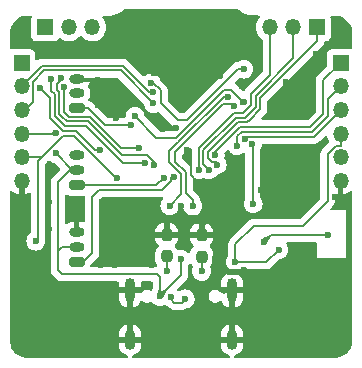
<source format=gbl>
G04 #@! TF.GenerationSoftware,KiCad,Pcbnew,8.0.7-8.0.7-0~ubuntu24.04.1*
G04 #@! TF.CreationDate,2025-01-27T17:00:14+01:00*
G04 #@! TF.ProjectId,KICad_Files,4b494361-645f-4466-996c-65732e6b6963,1*
G04 #@! TF.SameCoordinates,Original*
G04 #@! TF.FileFunction,Copper,L2,Bot*
G04 #@! TF.FilePolarity,Positive*
%FSLAX46Y46*%
G04 Gerber Fmt 4.6, Leading zero omitted, Abs format (unit mm)*
G04 Created by KiCad (PCBNEW 8.0.7-8.0.7-0~ubuntu24.04.1) date 2025-01-27 17:00:14*
%MOMM*%
%LPD*%
G01*
G04 APERTURE LIST*
G04 Aperture macros list*
%AMRoundRect*
0 Rectangle with rounded corners*
0 $1 Rounding radius*
0 $2 $3 $4 $5 $6 $7 $8 $9 X,Y pos of 4 corners*
0 Add a 4 corners polygon primitive as box body*
4,1,4,$2,$3,$4,$5,$6,$7,$8,$9,$2,$3,0*
0 Add four circle primitives for the rounded corners*
1,1,$1+$1,$2,$3*
1,1,$1+$1,$4,$5*
1,1,$1+$1,$6,$7*
1,1,$1+$1,$8,$9*
0 Add four rect primitives between the rounded corners*
20,1,$1+$1,$2,$3,$4,$5,0*
20,1,$1+$1,$4,$5,$6,$7,0*
20,1,$1+$1,$6,$7,$8,$9,0*
20,1,$1+$1,$8,$9,$2,$3,0*%
G04 Aperture macros list end*
G04 #@! TA.AperFunction,ComponentPad*
%ADD10R,1.350000X1.350000*%
G04 #@! TD*
G04 #@! TA.AperFunction,ComponentPad*
%ADD11O,1.350000X1.350000*%
G04 #@! TD*
G04 #@! TA.AperFunction,ComponentPad*
%ADD12RoundRect,0.200000X0.450000X-0.200000X0.450000X0.200000X-0.450000X0.200000X-0.450000X-0.200000X0*%
G04 #@! TD*
G04 #@! TA.AperFunction,ComponentPad*
%ADD13O,1.300000X0.800000*%
G04 #@! TD*
G04 #@! TA.AperFunction,ComponentPad*
%ADD14O,0.900000X2.000000*%
G04 #@! TD*
G04 #@! TA.AperFunction,ComponentPad*
%ADD15O,0.900000X1.700000*%
G04 #@! TD*
G04 #@! TA.AperFunction,SMDPad,CuDef*
%ADD16RoundRect,0.237500X-0.237500X0.250000X-0.237500X-0.250000X0.237500X-0.250000X0.237500X0.250000X0*%
G04 #@! TD*
G04 #@! TA.AperFunction,ViaPad*
%ADD17C,0.600000*%
G04 #@! TD*
G04 #@! TA.AperFunction,Conductor*
%ADD18C,0.200000*%
G04 #@! TD*
G04 #@! TA.AperFunction,Conductor*
%ADD19C,0.500000*%
G04 #@! TD*
G04 APERTURE END LIST*
D10*
X120300001Y-88900001D03*
D11*
X120300001Y-90900001D03*
X120300001Y-92900001D03*
X120300001Y-94900001D03*
X120300001Y-96900001D03*
X120300001Y-98900001D03*
D12*
X97950001Y-105750001D03*
D13*
X97950001Y-104500001D03*
X97950001Y-103250001D03*
D10*
X95300001Y-85900001D03*
D11*
X97300001Y-85900001D03*
X99300001Y-85900001D03*
D14*
X102480001Y-108170001D03*
D15*
X102480001Y-112340001D03*
D14*
X111120001Y-108170001D03*
D15*
X111120001Y-112340001D03*
D10*
X118300001Y-85900001D03*
D11*
X116300001Y-85900001D03*
X114300001Y-85900001D03*
D12*
X97950001Y-99250001D03*
D13*
X97950001Y-98000001D03*
X97950001Y-96750001D03*
D10*
X93300001Y-88900001D03*
D11*
X93300001Y-90900001D03*
X93300001Y-92900001D03*
X93300001Y-94900001D03*
X93300001Y-96900001D03*
X93300001Y-98900001D03*
D12*
X97950001Y-92750001D03*
D13*
X97950001Y-91500001D03*
X97950001Y-90250001D03*
D16*
X105575001Y-103475001D03*
X105575001Y-105300001D03*
X108550001Y-103487501D03*
X108550001Y-105312501D03*
D17*
X96171620Y-94879852D03*
X106800001Y-105525001D03*
X105000001Y-108670003D03*
X111400001Y-105800001D03*
X96174266Y-96574266D03*
X115075001Y-104725001D03*
X100400001Y-88300001D03*
X112000001Y-97000001D03*
X118200001Y-88200001D03*
X99800001Y-90400001D03*
X104100001Y-88900001D03*
X111000001Y-85000001D03*
X109900001Y-86700001D03*
X109075001Y-109825001D03*
X100000001Y-106000001D03*
X95600001Y-100700001D03*
X105075001Y-109925001D03*
X100100001Y-102200001D03*
X96800001Y-88300001D03*
X105400001Y-90200001D03*
X104100001Y-87000001D03*
X93400001Y-107700001D03*
X104500001Y-89800001D03*
X100100001Y-100700001D03*
X110000001Y-100300001D03*
X101400001Y-85100001D03*
X108900001Y-87100001D03*
X108200001Y-90000001D03*
X112700001Y-85300001D03*
X106338967Y-94438976D03*
X119800001Y-100300001D03*
X106825001Y-101025001D03*
X110071187Y-90008193D03*
X112425001Y-108450001D03*
X107800001Y-87100001D03*
X117000001Y-101000001D03*
X108775001Y-102350001D03*
X113400001Y-87400001D03*
X106774601Y-92846001D03*
X93800001Y-87200001D03*
X106775001Y-103025001D03*
X113600001Y-99700001D03*
X106700001Y-87100001D03*
X114000001Y-96100001D03*
X101200001Y-106000001D03*
X93800001Y-85300001D03*
X111900001Y-85000001D03*
X95800001Y-98100001D03*
X101300001Y-93562501D03*
X102400001Y-86300001D03*
X100800001Y-85600001D03*
X95500001Y-107700001D03*
X115400001Y-96000001D03*
X112000001Y-98500001D03*
X98400001Y-101300001D03*
X104300001Y-106000001D03*
X104800001Y-101900001D03*
X112150001Y-106425001D03*
X112000001Y-90900001D03*
X99800001Y-92500001D03*
X95600001Y-103000001D03*
X113950001Y-111675001D03*
X110600001Y-86000001D03*
X111500001Y-101700001D03*
X104400001Y-88000001D03*
X100000001Y-107700001D03*
X107281587Y-96324787D03*
X103100001Y-86900001D03*
X115400001Y-105800001D03*
X109948600Y-103425001D03*
X112000001Y-100000001D03*
X97200001Y-101300001D03*
X109600001Y-87700001D03*
X119300001Y-87300001D03*
X115300001Y-93500001D03*
X109687881Y-105473594D03*
X92700001Y-100500001D03*
X105300001Y-94500001D03*
X114500001Y-93500001D03*
X102400001Y-85200001D03*
X103000001Y-84600001D03*
X101200001Y-107700001D03*
X120900001Y-105700001D03*
X115668751Y-90568751D03*
X110100001Y-88400001D03*
X92600001Y-87200001D03*
X120900001Y-100300001D03*
X116000001Y-101000001D03*
X117300001Y-90500001D03*
X121000001Y-87500001D03*
X119275001Y-103450002D03*
X113825001Y-104047401D03*
X94500001Y-104000001D03*
X112115121Y-89434881D03*
X101379766Y-98650001D03*
X104273332Y-90619226D03*
X109164667Y-97943838D03*
X104460505Y-92333699D03*
X109844395Y-97521968D03*
X108550001Y-106550001D03*
X105575001Y-106550001D03*
X94875001Y-91023528D03*
X99935050Y-96289952D03*
X103250001Y-96100001D03*
X96901231Y-90945827D03*
X112840643Y-95793762D03*
X112105446Y-92239654D03*
X102902674Y-93432683D03*
X112899266Y-100850736D03*
X110786775Y-91775001D03*
X105850001Y-101000001D03*
X111322201Y-92550001D03*
X107775001Y-101025001D03*
X105950001Y-108750001D03*
X107150001Y-108900001D03*
X108323651Y-97951352D03*
X104386517Y-91411181D03*
X109687501Y-96737501D03*
X96611769Y-90200029D03*
X104539542Y-97526491D03*
X111544995Y-95916267D03*
X95814491Y-90265961D03*
X103749710Y-97399332D03*
X112175001Y-95350001D03*
X105325736Y-98625736D03*
X102575001Y-94162501D03*
X106200001Y-98600001D03*
D18*
X106800001Y-105525001D02*
X106800001Y-106875001D01*
X119200001Y-100613601D02*
X117087001Y-102726601D01*
X96725001Y-106800001D02*
X96375001Y-106450001D01*
X105004999Y-108670003D02*
X106800001Y-106875001D01*
X96171620Y-94879852D02*
X95895150Y-94879852D01*
X105000001Y-108670003D02*
X105004999Y-108670003D01*
X96725001Y-104500001D02*
X97950001Y-104500001D01*
X96174266Y-96574266D02*
X97600001Y-98000001D01*
X97600001Y-98000001D02*
X97950001Y-98000001D01*
X97375001Y-98000001D02*
X96375001Y-99000001D01*
X119896142Y-95925001D02*
X119200001Y-96621142D01*
X95875001Y-94900001D02*
X93300001Y-94900001D01*
X117087001Y-102726601D02*
X112948400Y-102726601D01*
X104775001Y-106800001D02*
X96725001Y-106800001D01*
X105000001Y-108670003D02*
X105000001Y-107025001D01*
X112948400Y-102726601D02*
X111400001Y-104275000D01*
X115075001Y-104725001D02*
X114000001Y-105800001D01*
X111400001Y-104275000D02*
X111400001Y-105800001D01*
X105000001Y-107025001D02*
X104775001Y-106800001D01*
X120300001Y-94900001D02*
X120300001Y-95925001D01*
X96375001Y-106450001D02*
X96375001Y-105100001D01*
X114000001Y-105800001D02*
X111400001Y-105800001D01*
X120300001Y-95925001D02*
X119896142Y-95925001D01*
X96375001Y-99000001D02*
X96375001Y-105100001D01*
X119200001Y-96621142D02*
X119200001Y-100613601D01*
X96375001Y-105100001D02*
X96375001Y-104850001D01*
X96375001Y-104850001D02*
X96725001Y-104500001D01*
X97950001Y-98000001D02*
X97375001Y-98000001D01*
X95895150Y-94879852D02*
X95875001Y-94900001D01*
X109948600Y-103425001D02*
X109886100Y-103487501D01*
D19*
X110400001Y-108200001D02*
X110430001Y-108170001D01*
X111975001Y-106600001D02*
X110814288Y-106600001D01*
X112150001Y-106425001D02*
X111975001Y-106600001D01*
X112145001Y-108170001D02*
X112425001Y-108450001D01*
D18*
X107600001Y-96643201D02*
X107281587Y-96324787D01*
X109886100Y-103487501D02*
X108550001Y-103487501D01*
D19*
X111120001Y-108170001D02*
X110430001Y-108170001D01*
D18*
X107600001Y-98421201D02*
X107600001Y-96643201D01*
X108146201Y-98967401D02*
X107600001Y-98421201D01*
X108550001Y-102575001D02*
X108775001Y-102350001D01*
D19*
X110814288Y-106600001D02*
X109687881Y-105473594D01*
D18*
X109478801Y-100300001D02*
X108146201Y-98967401D01*
X110000001Y-100300001D02*
X109478801Y-100300001D01*
X108550001Y-103487501D02*
X108550001Y-102575001D01*
X108200001Y-91420601D02*
X106774601Y-92846001D01*
X108200001Y-90000001D02*
X108200001Y-91420601D01*
D19*
X111120001Y-108170001D02*
X112145001Y-108170001D01*
D18*
X104273332Y-90619226D02*
X104443091Y-90619226D01*
X96825001Y-95075001D02*
X95000001Y-96900001D01*
X104443091Y-90619226D02*
X105060505Y-91236640D01*
X95000001Y-96900001D02*
X93300001Y-96900001D01*
X99349266Y-96689952D02*
X99114952Y-96455637D01*
X101309315Y-98650001D02*
X99349266Y-96689952D01*
X97734315Y-95075001D02*
X96825001Y-95075001D01*
X101379766Y-98650001D02*
X101309315Y-98650001D01*
X105060505Y-91236640D02*
X105060505Y-92311985D01*
X113825001Y-104047401D02*
X114397401Y-103475001D01*
X99114952Y-96455637D02*
X97734315Y-95075001D01*
X105060505Y-92311985D02*
X106514261Y-93765741D01*
X111625907Y-89434881D02*
X112115121Y-89434881D01*
X94700001Y-103800001D02*
X94700001Y-97200001D01*
X94700001Y-97200001D02*
X95000001Y-96900001D01*
X94500001Y-104000001D02*
X94700001Y-103800001D01*
X106514261Y-93765741D02*
X107295047Y-93765741D01*
X107295047Y-93765741D02*
X111625907Y-89434881D01*
X119250002Y-103475001D02*
X119275001Y-103450002D01*
X114397401Y-103475001D02*
X119250002Y-103475001D01*
X108687501Y-96291914D02*
X111429414Y-93550001D01*
X108687501Y-97466672D02*
X108687501Y-96291914D01*
X113105446Y-91685242D02*
X116300001Y-88490687D01*
X112209314Y-93550001D02*
X112443628Y-93315686D01*
X112443628Y-93315686D02*
X113105446Y-92653869D01*
X116300001Y-88490687D02*
X116300001Y-85900001D01*
X111429414Y-93550001D02*
X112209314Y-93550001D01*
X109164667Y-97943838D02*
X108687501Y-97466672D01*
X113105446Y-92653869D02*
X113105446Y-91685242D01*
X95215687Y-89550001D02*
X94275001Y-90490687D01*
X104460505Y-92333699D02*
X101676807Y-89550001D01*
X93625001Y-92900001D02*
X93300001Y-92900001D01*
X94275001Y-92250001D02*
X93625001Y-92900001D01*
X94275001Y-90490687D02*
X94275001Y-92250001D01*
X101676807Y-89550001D02*
X95215687Y-89550001D01*
X118300001Y-87056373D02*
X118300001Y-85900001D01*
X113505446Y-91850928D02*
X118300001Y-87056373D01*
X109844395Y-97337501D02*
X109438972Y-97337501D01*
X111595100Y-93950001D02*
X112374999Y-93950001D01*
X109087501Y-96986030D02*
X109087501Y-96457600D01*
X113505446Y-92819553D02*
X113505446Y-91850928D01*
X112374999Y-93950001D02*
X112609314Y-93715685D01*
X109087501Y-96457600D02*
X111595100Y-93950001D01*
X109438972Y-97337501D02*
X109087501Y-96986030D01*
X109844395Y-97521968D02*
X109844395Y-97337501D01*
X112609314Y-93715685D02*
X113505446Y-92819553D01*
X108550001Y-106550001D02*
X108550001Y-105312501D01*
X105575001Y-106550001D02*
X105575001Y-105300001D01*
X96790298Y-94650001D02*
X95701231Y-93560934D01*
X99935050Y-96289952D02*
X99514952Y-96289952D01*
X95701231Y-93560934D02*
X95701231Y-91849758D01*
X97875001Y-94650001D02*
X96790298Y-94650001D01*
X95701231Y-91849758D02*
X94875001Y-91023528D01*
X99514952Y-96289952D02*
X97875001Y-94650001D01*
X96901231Y-90945827D02*
X96901231Y-93063879D01*
X101725001Y-96100001D02*
X103250001Y-96100001D01*
X99075001Y-93450001D02*
X101725001Y-96100001D01*
X96901231Y-93063879D02*
X97287353Y-93450001D01*
X97287353Y-93450001D02*
X99075001Y-93450001D01*
X112850001Y-100801471D02*
X112850001Y-95803120D01*
X111927506Y-92417594D02*
X112105446Y-92239654D01*
X111907408Y-92417594D02*
X111927506Y-92417594D01*
X112825001Y-95809404D02*
X112840643Y-95793762D01*
X112899266Y-100850736D02*
X112850001Y-100801471D01*
X111907408Y-92047107D02*
X111907408Y-92417594D01*
X111035302Y-91175001D02*
X111907408Y-92047107D01*
X110451472Y-91175001D02*
X111035302Y-91175001D01*
X102902674Y-93432683D02*
X104719992Y-95250001D01*
X112850001Y-95803120D02*
X112840643Y-95793762D01*
X106376472Y-95250001D02*
X110451472Y-91175001D01*
X104719992Y-95250001D02*
X106376472Y-95250001D01*
X110417158Y-91775001D02*
X106542158Y-95650001D01*
X105784001Y-97335472D02*
X106800001Y-98351472D01*
X106542158Y-95650001D02*
X106536001Y-95650001D01*
X110786775Y-91775001D02*
X110417158Y-91775001D01*
X106800001Y-100050001D02*
X105850001Y-101000001D01*
X106800001Y-98351472D02*
X106800001Y-100050001D01*
X106536001Y-95650001D02*
X105784001Y-96402001D01*
X105784001Y-96402001D02*
X105784001Y-97335472D01*
X111322201Y-92550001D02*
X111147201Y-92375001D01*
X106292001Y-97277786D02*
X107200001Y-98185786D01*
X107200001Y-98185786D02*
X107200001Y-99925001D01*
X106701687Y-96050001D02*
X106292001Y-96459687D01*
X110382844Y-92375001D02*
X106707844Y-96050001D01*
X106292001Y-96459687D02*
X106292001Y-97277786D01*
X106707844Y-96050001D02*
X106701687Y-96050001D01*
X111147201Y-92375001D02*
X110382844Y-92375001D01*
X107200001Y-99925001D02*
X107775001Y-100500001D01*
X107775001Y-100500001D02*
X107775001Y-101025001D01*
X107150001Y-108900001D02*
X106850001Y-109200001D01*
X105950001Y-108925001D02*
X105950001Y-108750001D01*
X106225001Y-109200001D02*
X105950001Y-108925001D01*
X106850001Y-109200001D02*
X106225001Y-109200001D01*
X108287501Y-96126228D02*
X111263728Y-93150001D01*
X112043628Y-93150001D02*
X112705446Y-92488183D01*
X108323651Y-97951352D02*
X108287501Y-97915202D01*
X114300001Y-89925001D02*
X114300001Y-85900001D01*
X108287501Y-97915202D02*
X108287501Y-96126228D01*
X111263728Y-93150001D02*
X112043628Y-93150001D01*
X112705446Y-91519556D02*
X114300001Y-89925001D01*
X112705446Y-92488183D02*
X112705446Y-91519556D01*
X95050001Y-89150001D02*
X101842493Y-89150001D01*
X101842493Y-89150001D02*
X104103673Y-91411181D01*
X93300001Y-90900001D02*
X95050001Y-89150001D01*
X104103673Y-91411181D02*
X104386517Y-91411181D01*
X109687501Y-96423286D02*
X111760786Y-94350001D01*
X117718629Y-94350001D02*
X118825001Y-93243629D01*
X111760786Y-94350001D02*
X117718629Y-94350001D01*
X118825001Y-90375001D02*
X120300001Y-88900001D01*
X118825001Y-93243629D02*
X118825001Y-90375001D01*
X109687501Y-96737501D02*
X109687501Y-96423286D01*
X104539542Y-97340635D02*
X104539542Y-97526491D01*
X97121667Y-93850001D02*
X98909315Y-93850001D01*
X96611769Y-90200029D02*
X96599998Y-90211800D01*
X96599998Y-90211800D02*
X96599998Y-90398530D01*
X98909315Y-93850001D02*
X101784315Y-96725001D01*
X101784315Y-96725001D02*
X103923908Y-96725001D01*
X103923908Y-96725001D02*
X104539542Y-97340635D01*
X96301231Y-90697298D02*
X96301231Y-91194356D01*
X96301231Y-91194356D02*
X96501231Y-91394356D01*
X96599998Y-90398530D02*
X96301231Y-90697298D01*
X96735546Y-93463879D02*
X97121667Y-93850001D01*
X96501231Y-93229565D02*
X96735546Y-93463879D01*
X96501231Y-91394356D02*
X96501231Y-93229565D01*
X119225001Y-91975001D02*
X120300001Y-90900001D01*
X111926472Y-94750001D02*
X117884315Y-94750001D01*
X111544995Y-95916267D02*
X111544995Y-95131478D01*
X119225001Y-93409315D02*
X119225001Y-91975001D01*
X117884315Y-94750001D02*
X119225001Y-93409315D01*
X111544995Y-95131478D02*
X111926472Y-94750001D01*
X103725379Y-97375001D02*
X103749710Y-97399332D01*
X98743629Y-94250001D02*
X101868629Y-97375001D01*
X96101231Y-91560041D02*
X96101232Y-93395249D01*
X101868629Y-97375001D02*
X103725379Y-97375001D01*
X95814491Y-91273301D02*
X96101231Y-91560041D01*
X95814491Y-90265961D02*
X95814491Y-91273301D01*
X96101232Y-93395249D02*
X96955984Y-94250001D01*
X96955984Y-94250001D02*
X98743629Y-94250001D01*
X112375001Y-95150001D02*
X118050001Y-95150001D01*
X118050001Y-95150001D02*
X120300001Y-92900001D01*
X112175001Y-95350001D02*
X112375001Y-95150001D01*
X105325736Y-98625736D02*
X104701471Y-99250001D01*
X104701471Y-99250001D02*
X97950001Y-99250001D01*
X98940687Y-92750001D02*
X97950001Y-92750001D01*
X102575001Y-94162501D02*
X100353187Y-94162501D01*
X100353187Y-94162501D02*
X98940687Y-92750001D01*
X106200001Y-98600001D02*
X105925736Y-98600001D01*
X99875001Y-99650001D02*
X99275001Y-100250001D01*
X105150000Y-99650001D02*
X99875001Y-99650001D01*
X99275001Y-105000001D02*
X98525001Y-105750001D01*
X105925736Y-98874265D02*
X105150000Y-99650001D01*
X98525001Y-105750001D02*
X97950001Y-105750001D01*
X105925736Y-98600001D02*
X105925736Y-98874265D01*
X99275001Y-100250001D02*
X99275001Y-105000001D01*
G04 #@! TA.AperFunction,Conductor*
G36*
X119075470Y-95076279D02*
G01*
X119131403Y-95118151D01*
X119151402Y-95158527D01*
X119199181Y-95326455D01*
X119199184Y-95326461D01*
X119296285Y-95521466D01*
X119296287Y-95521470D01*
X119296289Y-95521473D01*
X119297584Y-95523188D01*
X119297948Y-95524151D01*
X119299306Y-95526344D01*
X119298876Y-95526609D01*
X119322276Y-95588548D01*
X119307711Y-95656883D01*
X119286311Y-95685595D01*
X118831287Y-96140620D01*
X118719482Y-96252424D01*
X118719478Y-96252429D01*
X118673663Y-96331785D01*
X118640425Y-96389353D01*
X118640424Y-96389354D01*
X118623605Y-96452125D01*
X118599500Y-96542085D01*
X118599500Y-96542087D01*
X118599500Y-96710188D01*
X118599501Y-96710201D01*
X118599501Y-100313504D01*
X118579816Y-100380543D01*
X118563182Y-100401185D01*
X116874585Y-102089782D01*
X116813262Y-102123267D01*
X116786904Y-102126101D01*
X113035069Y-102126101D01*
X113035053Y-102126100D01*
X113027457Y-102126100D01*
X112869343Y-102126100D01*
X112761987Y-102154866D01*
X112716610Y-102167025D01*
X112716609Y-102167026D01*
X112666496Y-102195960D01*
X112666495Y-102195961D01*
X112623089Y-102221021D01*
X112579685Y-102246080D01*
X112579682Y-102246082D01*
X110919482Y-103906282D01*
X110919480Y-103906285D01*
X110901566Y-103937314D01*
X110883651Y-103968344D01*
X110840424Y-104043215D01*
X110799500Y-104195943D01*
X110799500Y-104195945D01*
X110799500Y-104364046D01*
X110799501Y-104364059D01*
X110799501Y-105217588D01*
X110779816Y-105284627D01*
X110772451Y-105294897D01*
X110770187Y-105297735D01*
X110674212Y-105450477D01*
X110614632Y-105620746D01*
X110614631Y-105620751D01*
X110594436Y-105799997D01*
X110594436Y-105800004D01*
X110614631Y-105979250D01*
X110614632Y-105979255D01*
X110674212Y-106149524D01*
X110770185Y-106302263D01*
X110897739Y-106429817D01*
X110949799Y-106462528D01*
X110955136Y-106465882D01*
X111001427Y-106518217D01*
X111012075Y-106587271D01*
X110983700Y-106651119D01*
X110925310Y-106689491D01*
X110913356Y-106692493D01*
X110842901Y-106706507D01*
X110842895Y-106706509D01*
X110670009Y-106778120D01*
X110670000Y-106778125D01*
X110514411Y-106882087D01*
X110514407Y-106882090D01*
X110382090Y-107014407D01*
X110382087Y-107014411D01*
X110278125Y-107170000D01*
X110278120Y-107170009D01*
X110206509Y-107342895D01*
X110206507Y-107342903D01*
X110170001Y-107526429D01*
X110170001Y-107920001D01*
X110820001Y-107920001D01*
X110820001Y-108420001D01*
X110264464Y-108420001D01*
X110197425Y-108400316D01*
X110157077Y-108358001D01*
X110152648Y-108350330D01*
X110130510Y-108311986D01*
X110028016Y-108209492D01*
X110028014Y-108209491D01*
X110028012Y-108209489D01*
X109902489Y-108137018D01*
X109902490Y-108137018D01*
X109891007Y-108133941D01*
X109762476Y-108099501D01*
X109617526Y-108099501D01*
X109488994Y-108133941D01*
X109477512Y-108137018D01*
X109351989Y-108209489D01*
X109351983Y-108209494D01*
X109249494Y-108311983D01*
X109249489Y-108311989D01*
X109177018Y-108437512D01*
X109177017Y-108437516D01*
X109139501Y-108577526D01*
X109139501Y-108722476D01*
X109169866Y-108835797D01*
X109177018Y-108862489D01*
X109249489Y-108988012D01*
X109249491Y-108988014D01*
X109249492Y-108988016D01*
X109351986Y-109090510D01*
X109351987Y-109090511D01*
X109351989Y-109090512D01*
X109477512Y-109162983D01*
X109477513Y-109162983D01*
X109477516Y-109162985D01*
X109617526Y-109200501D01*
X109617529Y-109200501D01*
X109762473Y-109200501D01*
X109762476Y-109200501D01*
X109902486Y-109162985D01*
X110028016Y-109090510D01*
X110050364Y-109068161D01*
X110111683Y-109034678D01*
X110181374Y-109039661D01*
X110237309Y-109081532D01*
X110252604Y-109108390D01*
X110278122Y-109169995D01*
X110278125Y-109170001D01*
X110382087Y-109325590D01*
X110382090Y-109325594D01*
X110514407Y-109457911D01*
X110514411Y-109457914D01*
X110670000Y-109561876D01*
X110670013Y-109561883D01*
X110842890Y-109633490D01*
X110842897Y-109633492D01*
X110870001Y-109638883D01*
X110870001Y-108886989D01*
X110879941Y-108904206D01*
X110935796Y-108960061D01*
X111004205Y-108999557D01*
X111080505Y-109020001D01*
X111159497Y-109020001D01*
X111235797Y-108999557D01*
X111304206Y-108960061D01*
X111360061Y-108904206D01*
X111370001Y-108886989D01*
X111370001Y-109638882D01*
X111397104Y-109633492D01*
X111397111Y-109633490D01*
X111569988Y-109561883D01*
X111570001Y-109561876D01*
X111725590Y-109457914D01*
X111725594Y-109457911D01*
X111857911Y-109325594D01*
X111857914Y-109325590D01*
X111961876Y-109170001D01*
X111961881Y-109169992D01*
X112033492Y-108997106D01*
X112033494Y-108997098D01*
X112070000Y-108813572D01*
X112070001Y-108813570D01*
X112070001Y-108420001D01*
X111420001Y-108420001D01*
X111420001Y-107920001D01*
X112070001Y-107920001D01*
X112070001Y-107526431D01*
X112070000Y-107526429D01*
X112033494Y-107342903D01*
X112033492Y-107342895D01*
X111961881Y-107170009D01*
X111961876Y-107170000D01*
X111857914Y-107014411D01*
X111857911Y-107014407D01*
X111725594Y-106882090D01*
X111725590Y-106882087D01*
X111590481Y-106791809D01*
X111545676Y-106738196D01*
X111536969Y-106668871D01*
X111567124Y-106605844D01*
X111618416Y-106571666D01*
X111749523Y-106525790D01*
X111902263Y-106429817D01*
X111902268Y-106429811D01*
X111905098Y-106427556D01*
X111907276Y-106426666D01*
X111908159Y-106426112D01*
X111908256Y-106426266D01*
X111969784Y-106401146D01*
X111982413Y-106400501D01*
X113913332Y-106400501D01*
X113913348Y-106400502D01*
X113920944Y-106400502D01*
X114079055Y-106400502D01*
X114079058Y-106400502D01*
X114231786Y-106359578D01*
X114301234Y-106319482D01*
X114368717Y-106280521D01*
X114480521Y-106168717D01*
X114480521Y-106168715D01*
X114490725Y-106158512D01*
X114490729Y-106158507D01*
X115093536Y-105555699D01*
X115154857Y-105522216D01*
X115167312Y-105520164D01*
X115254256Y-105510369D01*
X115424523Y-105450790D01*
X115577263Y-105354817D01*
X115704817Y-105227263D01*
X115800790Y-105074523D01*
X115860369Y-104904256D01*
X115866284Y-104851761D01*
X115880566Y-104725004D01*
X115880566Y-104724997D01*
X115860370Y-104545751D01*
X115860369Y-104545746D01*
X115800789Y-104375476D01*
X115731669Y-104265474D01*
X115712668Y-104198237D01*
X115733035Y-104131402D01*
X115786303Y-104086187D01*
X115836662Y-104075501D01*
X118176001Y-104075501D01*
X118243040Y-104095186D01*
X118288795Y-104147990D01*
X118300001Y-104199501D01*
X118300001Y-105400001D01*
X120800001Y-105400001D01*
X120800001Y-101400001D01*
X119562197Y-101400001D01*
X119495158Y-101380316D01*
X119449403Y-101327512D01*
X119439459Y-101258354D01*
X119468484Y-101194798D01*
X119474497Y-101188338D01*
X119568714Y-101094122D01*
X119568717Y-101094121D01*
X119680521Y-100982317D01*
X119730640Y-100895505D01*
X119759578Y-100845386D01*
X119800501Y-100692659D01*
X119800501Y-100534544D01*
X119800501Y-100147602D01*
X119820186Y-100080563D01*
X119872990Y-100034808D01*
X119942148Y-100024864D01*
X119969300Y-100031977D01*
X119977070Y-100034987D01*
X120050001Y-100048620D01*
X120050001Y-99215687D01*
X120054395Y-99220081D01*
X120145607Y-99272742D01*
X120247340Y-99300001D01*
X120352662Y-99300001D01*
X120454395Y-99272742D01*
X120545607Y-99220081D01*
X120550001Y-99215687D01*
X120550001Y-100048620D01*
X120622940Y-100034985D01*
X120825977Y-99956328D01*
X120825988Y-99956323D01*
X121011131Y-99841686D01*
X121011132Y-99841686D01*
X121091962Y-99768001D01*
X121154766Y-99737384D01*
X121224153Y-99745582D01*
X121278093Y-99789992D01*
X121299461Y-99856514D01*
X121299500Y-99859638D01*
X121299500Y-112395572D01*
X121299184Y-112404419D01*
X121284869Y-112604557D01*
X121282351Y-112622068D01*
X121240646Y-112813787D01*
X121235662Y-112830763D01*
X121167090Y-113014609D01*
X121159740Y-113030701D01*
X121065711Y-113202904D01*
X121056146Y-113217789D01*
X120938558Y-113374867D01*
X120926972Y-113388237D01*
X120788237Y-113526972D01*
X120774867Y-113538558D01*
X120617789Y-113656146D01*
X120602904Y-113665711D01*
X120430701Y-113759740D01*
X120414609Y-113767090D01*
X120230763Y-113835662D01*
X120213787Y-113840646D01*
X120022068Y-113882351D01*
X120004557Y-113884869D01*
X119823779Y-113897799D01*
X119804417Y-113899184D01*
X119795572Y-113899500D01*
X111419339Y-113899500D01*
X111352300Y-113879815D01*
X111306545Y-113827011D01*
X111296601Y-113757853D01*
X111325626Y-113694297D01*
X111384404Y-113656523D01*
X111395147Y-113653883D01*
X111397100Y-113653494D01*
X111397106Y-113653492D01*
X111569992Y-113581881D01*
X111570001Y-113581876D01*
X111725590Y-113477914D01*
X111725594Y-113477911D01*
X111857911Y-113345594D01*
X111857914Y-113345590D01*
X111961876Y-113190001D01*
X111961881Y-113189992D01*
X112033492Y-113017106D01*
X112033494Y-113017098D01*
X112070000Y-112833572D01*
X112070001Y-112833570D01*
X112070001Y-112590001D01*
X111420001Y-112590001D01*
X111420001Y-112090001D01*
X112070001Y-112090001D01*
X112070001Y-111846431D01*
X112070000Y-111846429D01*
X112033494Y-111662903D01*
X112033492Y-111662895D01*
X111961881Y-111490009D01*
X111961876Y-111490000D01*
X111857914Y-111334411D01*
X111857911Y-111334407D01*
X111725594Y-111202090D01*
X111725590Y-111202087D01*
X111570001Y-111098125D01*
X111569992Y-111098120D01*
X111397104Y-111026508D01*
X111397101Y-111026507D01*
X111370001Y-111021116D01*
X111370001Y-111773012D01*
X111360061Y-111755796D01*
X111304206Y-111699941D01*
X111235797Y-111660445D01*
X111159497Y-111640001D01*
X111080505Y-111640001D01*
X111004205Y-111660445D01*
X110935796Y-111699941D01*
X110879941Y-111755796D01*
X110870001Y-111773012D01*
X110870001Y-111021117D01*
X110870000Y-111021116D01*
X110842900Y-111026507D01*
X110842897Y-111026508D01*
X110670009Y-111098120D01*
X110670000Y-111098125D01*
X110514411Y-111202087D01*
X110514407Y-111202090D01*
X110382090Y-111334407D01*
X110382087Y-111334411D01*
X110278125Y-111490000D01*
X110278120Y-111490009D01*
X110206509Y-111662895D01*
X110206507Y-111662903D01*
X110170001Y-111846429D01*
X110170001Y-112090001D01*
X110820001Y-112090001D01*
X110820001Y-112590001D01*
X110170001Y-112590001D01*
X110170001Y-112833572D01*
X110206507Y-113017098D01*
X110206509Y-113017106D01*
X110278120Y-113189992D01*
X110278125Y-113190001D01*
X110382087Y-113345590D01*
X110382090Y-113345594D01*
X110514407Y-113477911D01*
X110514411Y-113477914D01*
X110670000Y-113581876D01*
X110670009Y-113581881D01*
X110842895Y-113653492D01*
X110842901Y-113653494D01*
X110844855Y-113653883D01*
X110845783Y-113654368D01*
X110848728Y-113655262D01*
X110848558Y-113655820D01*
X110906766Y-113686268D01*
X110941340Y-113746984D01*
X110937600Y-113816753D01*
X110896733Y-113873425D01*
X110831715Y-113899007D01*
X110820663Y-113899500D01*
X102779339Y-113899500D01*
X102712300Y-113879815D01*
X102666545Y-113827011D01*
X102656601Y-113757853D01*
X102685626Y-113694297D01*
X102744404Y-113656523D01*
X102755147Y-113653883D01*
X102757100Y-113653494D01*
X102757106Y-113653492D01*
X102929992Y-113581881D01*
X102930001Y-113581876D01*
X103085590Y-113477914D01*
X103085594Y-113477911D01*
X103217911Y-113345594D01*
X103217914Y-113345590D01*
X103321876Y-113190001D01*
X103321881Y-113189992D01*
X103393492Y-113017106D01*
X103393494Y-113017098D01*
X103430000Y-112833572D01*
X103430001Y-112833570D01*
X103430001Y-112590001D01*
X102780001Y-112590001D01*
X102780001Y-112090001D01*
X103430001Y-112090001D01*
X103430001Y-111846431D01*
X103430000Y-111846429D01*
X103393494Y-111662903D01*
X103393492Y-111662895D01*
X103321881Y-111490009D01*
X103321876Y-111490000D01*
X103217914Y-111334411D01*
X103217911Y-111334407D01*
X103085594Y-111202090D01*
X103085590Y-111202087D01*
X102930001Y-111098125D01*
X102929992Y-111098120D01*
X102757104Y-111026508D01*
X102757101Y-111026507D01*
X102730001Y-111021116D01*
X102730001Y-111773012D01*
X102720061Y-111755796D01*
X102664206Y-111699941D01*
X102595797Y-111660445D01*
X102519497Y-111640001D01*
X102440505Y-111640001D01*
X102364205Y-111660445D01*
X102295796Y-111699941D01*
X102239941Y-111755796D01*
X102230001Y-111773012D01*
X102230001Y-111021117D01*
X102230000Y-111021116D01*
X102202900Y-111026507D01*
X102202897Y-111026508D01*
X102030009Y-111098120D01*
X102030000Y-111098125D01*
X101874411Y-111202087D01*
X101874407Y-111202090D01*
X101742090Y-111334407D01*
X101742087Y-111334411D01*
X101638125Y-111490000D01*
X101638120Y-111490009D01*
X101566509Y-111662895D01*
X101566507Y-111662903D01*
X101530001Y-111846429D01*
X101530001Y-112090001D01*
X102180001Y-112090001D01*
X102180001Y-112590001D01*
X101530001Y-112590001D01*
X101530001Y-112833572D01*
X101566507Y-113017098D01*
X101566509Y-113017106D01*
X101638120Y-113189992D01*
X101638125Y-113190001D01*
X101742087Y-113345590D01*
X101742090Y-113345594D01*
X101874407Y-113477911D01*
X101874411Y-113477914D01*
X102030000Y-113581876D01*
X102030009Y-113581881D01*
X102202895Y-113653492D01*
X102202901Y-113653494D01*
X102204855Y-113653883D01*
X102205783Y-113654368D01*
X102208728Y-113655262D01*
X102208558Y-113655820D01*
X102266766Y-113686268D01*
X102301340Y-113746984D01*
X102297600Y-113816753D01*
X102256733Y-113873425D01*
X102191715Y-113899007D01*
X102180663Y-113899500D01*
X93804429Y-113899500D01*
X93795583Y-113899184D01*
X93773623Y-113897613D01*
X93595443Y-113884869D01*
X93577932Y-113882351D01*
X93386210Y-113840645D01*
X93369235Y-113835661D01*
X93185395Y-113767093D01*
X93169301Y-113759743D01*
X92997092Y-113665709D01*
X92982209Y-113656144D01*
X92825136Y-113538561D01*
X92811765Y-113526975D01*
X92673025Y-113388235D01*
X92661439Y-113374864D01*
X92543856Y-113217791D01*
X92534291Y-113202908D01*
X92502816Y-113145266D01*
X92440255Y-113030695D01*
X92432911Y-113014615D01*
X92364334Y-112830755D01*
X92359355Y-112813797D01*
X92317647Y-112622063D01*
X92315130Y-112604556D01*
X92311317Y-112551252D01*
X92300817Y-112404443D01*
X92300501Y-112395597D01*
X92300501Y-99859637D01*
X92320186Y-99792598D01*
X92372990Y-99746843D01*
X92442148Y-99736899D01*
X92505704Y-99765924D01*
X92508039Y-99768000D01*
X92588869Y-99841686D01*
X92774013Y-99956323D01*
X92774024Y-99956328D01*
X92977061Y-100034985D01*
X93050001Y-100048620D01*
X93050001Y-99215687D01*
X93054395Y-99220081D01*
X93145607Y-99272742D01*
X93247340Y-99300001D01*
X93352662Y-99300001D01*
X93454395Y-99272742D01*
X93545607Y-99220081D01*
X93550001Y-99215687D01*
X93550001Y-100048620D01*
X93622940Y-100034985D01*
X93825977Y-99956328D01*
X93825988Y-99956323D01*
X93910223Y-99904167D01*
X93977584Y-99885611D01*
X94044283Y-99906419D01*
X94089145Y-99959984D01*
X94099501Y-100009594D01*
X94099501Y-103237711D01*
X94079816Y-103304750D01*
X94041473Y-103342705D01*
X93997739Y-103370184D01*
X93870185Y-103497738D01*
X93774212Y-103650477D01*
X93714632Y-103820746D01*
X93714631Y-103820751D01*
X93694436Y-103999997D01*
X93694436Y-104000004D01*
X93714631Y-104179250D01*
X93714632Y-104179255D01*
X93774212Y-104349524D01*
X93848129Y-104467161D01*
X93870185Y-104502263D01*
X93997739Y-104629817D01*
X94073174Y-104677216D01*
X94140366Y-104719436D01*
X94150479Y-104725790D01*
X94309783Y-104781533D01*
X94320746Y-104785369D01*
X94320751Y-104785370D01*
X94499997Y-104805566D01*
X94500001Y-104805566D01*
X94500005Y-104805566D01*
X94679250Y-104785370D01*
X94679253Y-104785369D01*
X94679256Y-104785369D01*
X94849523Y-104725790D01*
X95002263Y-104629817D01*
X95129817Y-104502263D01*
X95225790Y-104349523D01*
X95285369Y-104179256D01*
X95294842Y-104095186D01*
X95305566Y-104000003D01*
X95305566Y-104000001D01*
X95301999Y-103968344D01*
X95297100Y-103924870D01*
X95299926Y-103887185D01*
X95299441Y-103887122D01*
X95300502Y-103879062D01*
X95300502Y-103713348D01*
X95300501Y-103713330D01*
X95300501Y-97500098D01*
X95320186Y-97433059D01*
X95336818Y-97412419D01*
X95358503Y-97390733D01*
X95358508Y-97390729D01*
X95368715Y-97380521D01*
X95368717Y-97380521D01*
X95480521Y-97268717D01*
X95480521Y-97268715D01*
X95490725Y-97258512D01*
X95490729Y-97258507D01*
X95524181Y-97225054D01*
X95585502Y-97191571D01*
X95655194Y-97196555D01*
X95677828Y-97207741D01*
X95758613Y-97258502D01*
X95815745Y-97294401D01*
X95824744Y-97300055D01*
X95995011Y-97359634D01*
X96081935Y-97369427D01*
X96146346Y-97396492D01*
X96155731Y-97404966D01*
X96550584Y-97799819D01*
X96584069Y-97861142D01*
X96579085Y-97930834D01*
X96550584Y-97975181D01*
X96006287Y-98519479D01*
X95894482Y-98631283D01*
X95894476Y-98631291D01*
X95855118Y-98699463D01*
X95855118Y-98699465D01*
X95815424Y-98768215D01*
X95801782Y-98819125D01*
X95774500Y-98920944D01*
X95774500Y-98920946D01*
X95774500Y-99089047D01*
X95774501Y-99089060D01*
X95774501Y-104763331D01*
X95774500Y-104763349D01*
X95774500Y-104939047D01*
X95774501Y-104939060D01*
X95774501Y-106363331D01*
X95774500Y-106363349D01*
X95774500Y-106529055D01*
X95774499Y-106529055D01*
X95815424Y-106681786D01*
X95829877Y-106706819D01*
X95894478Y-106818713D01*
X95894480Y-106818716D01*
X95894481Y-106818717D01*
X96006285Y-106930521D01*
X96006286Y-106930522D01*
X96356285Y-107280521D01*
X96356287Y-107280522D01*
X96356291Y-107280525D01*
X96451285Y-107335369D01*
X96493217Y-107359578D01*
X96645944Y-107400502D01*
X96645946Y-107400502D01*
X96811655Y-107400502D01*
X96811671Y-107400501D01*
X101406001Y-107400501D01*
X101473040Y-107420186D01*
X101518795Y-107472990D01*
X101530001Y-107524501D01*
X101530001Y-107920001D01*
X102180001Y-107920001D01*
X102180001Y-108420001D01*
X101530001Y-108420001D01*
X101530001Y-108813572D01*
X101566507Y-108997098D01*
X101566509Y-108997106D01*
X101638120Y-109169992D01*
X101638125Y-109170001D01*
X101742087Y-109325590D01*
X101742090Y-109325594D01*
X101874407Y-109457911D01*
X101874411Y-109457914D01*
X102030000Y-109561876D01*
X102030013Y-109561883D01*
X102202890Y-109633490D01*
X102202897Y-109633492D01*
X102230001Y-109638883D01*
X102230001Y-108886989D01*
X102239941Y-108904206D01*
X102295796Y-108960061D01*
X102364205Y-108999557D01*
X102440505Y-109020001D01*
X102519497Y-109020001D01*
X102595797Y-108999557D01*
X102664206Y-108960061D01*
X102720061Y-108904206D01*
X102730001Y-108886989D01*
X102730001Y-109638882D01*
X102757104Y-109633492D01*
X102757111Y-109633490D01*
X102929988Y-109561883D01*
X102930001Y-109561876D01*
X103085590Y-109457914D01*
X103085594Y-109457911D01*
X103217911Y-109325594D01*
X103217914Y-109325590D01*
X103321876Y-109170001D01*
X103321883Y-109169988D01*
X103347397Y-109108392D01*
X103391237Y-109053988D01*
X103457532Y-109031923D01*
X103525231Y-109049202D01*
X103549639Y-109068163D01*
X103571986Y-109090510D01*
X103571987Y-109090511D01*
X103571989Y-109090512D01*
X103697512Y-109162983D01*
X103697513Y-109162983D01*
X103697516Y-109162985D01*
X103837526Y-109200501D01*
X103837529Y-109200501D01*
X103982473Y-109200501D01*
X103982476Y-109200501D01*
X104122486Y-109162985D01*
X104196524Y-109120238D01*
X104264423Y-109103766D01*
X104330450Y-109126618D01*
X104363517Y-109161653D01*
X104370185Y-109172265D01*
X104497739Y-109299819D01*
X104538760Y-109325594D01*
X104645672Y-109392772D01*
X104650479Y-109395792D01*
X104820746Y-109455371D01*
X104820751Y-109455372D01*
X104999997Y-109475568D01*
X105000001Y-109475568D01*
X105000005Y-109475568D01*
X105179250Y-109455372D01*
X105179253Y-109455371D01*
X105179256Y-109455371D01*
X105349523Y-109395792D01*
X105349524Y-109395790D01*
X105349530Y-109395789D01*
X105355796Y-109392772D01*
X105356937Y-109395143D01*
X105412548Y-109379400D01*
X105477312Y-109398399D01*
X105600479Y-109475790D01*
X105652332Y-109493933D01*
X105699057Y-109523292D01*
X105856285Y-109680521D01*
X105856287Y-109680522D01*
X105856288Y-109680523D01*
X105856291Y-109680525D01*
X105993210Y-109759574D01*
X105993213Y-109759576D01*
X105993217Y-109759578D01*
X106145944Y-109800502D01*
X106145946Y-109800502D01*
X106311655Y-109800502D01*
X106311671Y-109800501D01*
X106763332Y-109800501D01*
X106763348Y-109800502D01*
X106770944Y-109800502D01*
X106929055Y-109800502D01*
X106929058Y-109800502D01*
X107081786Y-109759578D01*
X107159076Y-109714954D01*
X107207192Y-109699122D01*
X107329251Y-109685370D01*
X107329254Y-109685369D01*
X107329256Y-109685369D01*
X107499523Y-109625790D01*
X107652263Y-109529817D01*
X107779817Y-109402263D01*
X107875790Y-109249523D01*
X107935369Y-109079256D01*
X107938216Y-109053988D01*
X107955566Y-108900004D01*
X107955566Y-108899997D01*
X107935370Y-108720751D01*
X107935369Y-108720746D01*
X107875789Y-108550477D01*
X107836583Y-108488081D01*
X107779817Y-108397739D01*
X107652263Y-108270185D01*
X107626699Y-108254122D01*
X107499524Y-108174212D01*
X107329255Y-108114632D01*
X107329250Y-108114631D01*
X107150005Y-108094436D01*
X107149997Y-108094436D01*
X106970751Y-108114631D01*
X106970746Y-108114632D01*
X106800477Y-108174212D01*
X106703540Y-108235122D01*
X106636303Y-108254122D01*
X106569468Y-108233754D01*
X106549887Y-108217809D01*
X106515838Y-108183760D01*
X106482353Y-108122437D01*
X106487337Y-108052745D01*
X106515838Y-108008398D01*
X106604235Y-107920001D01*
X107158507Y-107365729D01*
X107158512Y-107365725D01*
X107168715Y-107355521D01*
X107168717Y-107355521D01*
X107280521Y-107243717D01*
X107284128Y-107237469D01*
X107334339Y-107150502D01*
X107334340Y-107150500D01*
X107359575Y-107106791D01*
X107359574Y-107106791D01*
X107359578Y-107106786D01*
X107400501Y-106954058D01*
X107400501Y-106795944D01*
X107400501Y-106107413D01*
X107420186Y-106040374D01*
X107427556Y-106030098D01*
X107429811Y-106027268D01*
X107429817Y-106027263D01*
X107476377Y-105953162D01*
X107528711Y-105906873D01*
X107597764Y-105896225D01*
X107661612Y-105924600D01*
X107686908Y-105954039D01*
X107729658Y-106023347D01*
X107729661Y-106023351D01*
X107790522Y-106084212D01*
X107824007Y-106145535D01*
X107819883Y-106212847D01*
X107764633Y-106370743D01*
X107764631Y-106370751D01*
X107744436Y-106549997D01*
X107744436Y-106550004D01*
X107764631Y-106729250D01*
X107764632Y-106729255D01*
X107824212Y-106899524D01*
X107896398Y-107014407D01*
X107920185Y-107052263D01*
X108047739Y-107179817D01*
X108200479Y-107275790D01*
X108326827Y-107320001D01*
X108370746Y-107335369D01*
X108370751Y-107335370D01*
X108549997Y-107355566D01*
X108550001Y-107355566D01*
X108550005Y-107355566D01*
X108729250Y-107335370D01*
X108729253Y-107335369D01*
X108729256Y-107335369D01*
X108899523Y-107275790D01*
X109052263Y-107179817D01*
X109179817Y-107052263D01*
X109275790Y-106899523D01*
X109335369Y-106729256D01*
X109339511Y-106692493D01*
X109355566Y-106550004D01*
X109355566Y-106549997D01*
X109335370Y-106370751D01*
X109335369Y-106370746D01*
X109280118Y-106212848D01*
X109276557Y-106143069D01*
X109309476Y-106084215D01*
X109370341Y-106023351D01*
X109460909Y-105876517D01*
X109515175Y-105712754D01*
X109525501Y-105611678D01*
X109525500Y-105013325D01*
X109515175Y-104912248D01*
X109460909Y-104748485D01*
X109370341Y-104601651D01*
X109256018Y-104487328D01*
X109222533Y-104426005D01*
X109227517Y-104356313D01*
X109256018Y-104311965D01*
X109369949Y-104198034D01*
X109460449Y-104051312D01*
X109460454Y-104051301D01*
X109514681Y-103887653D01*
X109525000Y-103786655D01*
X109525001Y-103786642D01*
X109525001Y-103737501D01*
X107575002Y-103737501D01*
X107575002Y-103786655D01*
X107585320Y-103887653D01*
X107639547Y-104051301D01*
X107639552Y-104051312D01*
X107730053Y-104198035D01*
X107730056Y-104198039D01*
X107843983Y-104311966D01*
X107877468Y-104373289D01*
X107872484Y-104442981D01*
X107843984Y-104487328D01*
X107729660Y-104601652D01*
X107639094Y-104748482D01*
X107639092Y-104748487D01*
X107628142Y-104781533D01*
X107587476Y-104904256D01*
X107582698Y-104918674D01*
X107580379Y-104917905D01*
X107552419Y-104969469D01*
X107491193Y-105003132D01*
X107421487Y-104998350D01*
X107376802Y-104969724D01*
X107302263Y-104895185D01*
X107149524Y-104799212D01*
X106979255Y-104739632D01*
X106979250Y-104739631D01*
X106800005Y-104719436D01*
X106799997Y-104719436D01*
X106620751Y-104739631D01*
X106620737Y-104739634D01*
X106605826Y-104744852D01*
X106536047Y-104748411D01*
X106475421Y-104713680D01*
X106459340Y-104692910D01*
X106395341Y-104589151D01*
X106281018Y-104474828D01*
X106247533Y-104413505D01*
X106252517Y-104343813D01*
X106281018Y-104299465D01*
X106394949Y-104185534D01*
X106485449Y-104038812D01*
X106485454Y-104038801D01*
X106539681Y-103875153D01*
X106550000Y-103774155D01*
X106550001Y-103774142D01*
X106550001Y-103725001D01*
X104600002Y-103725001D01*
X104600002Y-103774155D01*
X104610320Y-103875153D01*
X104664547Y-104038801D01*
X104664552Y-104038812D01*
X104755053Y-104185535D01*
X104755056Y-104185539D01*
X104868983Y-104299466D01*
X104902468Y-104360789D01*
X104897484Y-104430481D01*
X104868984Y-104474828D01*
X104754660Y-104589152D01*
X104664094Y-104735982D01*
X104664092Y-104735987D01*
X104641036Y-104805566D01*
X104609827Y-104899748D01*
X104609827Y-104899749D01*
X104609826Y-104899749D01*
X104599501Y-105000816D01*
X104599501Y-105599170D01*
X104599502Y-105599188D01*
X104609826Y-105700253D01*
X104613968Y-105712752D01*
X104664093Y-105864017D01*
X104754386Y-106010406D01*
X104772826Y-106077796D01*
X104751904Y-106144460D01*
X104698262Y-106189230D01*
X104648847Y-106199501D01*
X99224097Y-106199501D01*
X99157058Y-106179816D01*
X99111303Y-106127012D01*
X99101359Y-106057854D01*
X99130384Y-105994298D01*
X99136416Y-105987820D01*
X99324239Y-105799997D01*
X99633507Y-105490729D01*
X99633512Y-105490725D01*
X99643715Y-105480521D01*
X99643717Y-105480521D01*
X99755521Y-105368717D01*
X99811600Y-105271585D01*
X99834578Y-105231786D01*
X99875501Y-105079058D01*
X99875501Y-104920944D01*
X99875501Y-103175846D01*
X104600001Y-103175846D01*
X104600001Y-103225001D01*
X105325001Y-103225001D01*
X105825001Y-103225001D01*
X106550000Y-103225001D01*
X106550000Y-103188346D01*
X107575001Y-103188346D01*
X107575001Y-103237501D01*
X108300001Y-103237501D01*
X108800001Y-103237501D01*
X109525000Y-103237501D01*
X109525000Y-103188361D01*
X109524999Y-103188346D01*
X109514681Y-103087348D01*
X109460454Y-102923700D01*
X109460449Y-102923689D01*
X109369948Y-102776966D01*
X109369945Y-102776962D01*
X109248039Y-102655056D01*
X109248035Y-102655053D01*
X109101312Y-102564552D01*
X109101301Y-102564547D01*
X108937653Y-102510320D01*
X108836655Y-102500001D01*
X108800001Y-102500001D01*
X108800001Y-103237501D01*
X108300001Y-103237501D01*
X108300001Y-102500001D01*
X108263362Y-102500001D01*
X108263344Y-102500002D01*
X108162348Y-102510320D01*
X107998700Y-102564547D01*
X107998689Y-102564552D01*
X107851966Y-102655053D01*
X107851962Y-102655056D01*
X107730056Y-102776962D01*
X107730053Y-102776966D01*
X107639552Y-102923689D01*
X107639547Y-102923700D01*
X107585320Y-103087348D01*
X107575001Y-103188346D01*
X106550000Y-103188346D01*
X106550000Y-103175861D01*
X106549999Y-103175846D01*
X106539681Y-103074848D01*
X106485454Y-102911200D01*
X106485449Y-102911189D01*
X106394948Y-102764466D01*
X106394945Y-102764462D01*
X106273039Y-102642556D01*
X106273035Y-102642553D01*
X106126312Y-102552052D01*
X106126301Y-102552047D01*
X105962653Y-102497820D01*
X105861655Y-102487501D01*
X105825001Y-102487501D01*
X105825001Y-103225001D01*
X105325001Y-103225001D01*
X105325001Y-102487501D01*
X105288362Y-102487501D01*
X105288344Y-102487502D01*
X105187348Y-102497820D01*
X105023700Y-102552047D01*
X105023689Y-102552052D01*
X104876966Y-102642553D01*
X104876962Y-102642556D01*
X104755056Y-102764462D01*
X104755053Y-102764466D01*
X104664552Y-102911189D01*
X104664547Y-102911200D01*
X104610320Y-103074848D01*
X104600001Y-103175846D01*
X99875501Y-103175846D01*
X99875501Y-100550098D01*
X99895186Y-100483059D01*
X99911820Y-100462417D01*
X100087417Y-100286820D01*
X100148740Y-100253335D01*
X100175098Y-100250501D01*
X105063331Y-100250501D01*
X105063347Y-100250502D01*
X105168060Y-100250502D01*
X105235099Y-100270187D01*
X105280854Y-100322991D01*
X105290798Y-100392149D01*
X105261773Y-100455705D01*
X105255741Y-100462183D01*
X105220185Y-100497738D01*
X105124212Y-100650477D01*
X105064632Y-100820746D01*
X105064631Y-100820751D01*
X105044436Y-100999997D01*
X105044436Y-101000004D01*
X105064631Y-101179250D01*
X105064632Y-101179255D01*
X105124212Y-101349524D01*
X105155929Y-101400001D01*
X105220185Y-101502263D01*
X105347739Y-101629817D01*
X105500479Y-101725790D01*
X105571925Y-101750790D01*
X105670746Y-101785369D01*
X105670751Y-101785370D01*
X105849997Y-101805566D01*
X105850001Y-101805566D01*
X105850005Y-101805566D01*
X106029250Y-101785370D01*
X106029253Y-101785369D01*
X106029256Y-101785369D01*
X106199523Y-101725790D01*
X106352263Y-101629817D01*
X106479817Y-101502263D01*
X106575790Y-101349523D01*
X106635369Y-101179256D01*
X106645162Y-101092330D01*
X106672227Y-101027919D01*
X106680682Y-101018553D01*
X106757757Y-100941478D01*
X106819079Y-100907996D01*
X106888770Y-100912981D01*
X106944704Y-100954852D01*
X106968301Y-101018121D01*
X106968656Y-101018082D01*
X106968815Y-101019501D01*
X106969120Y-101020317D01*
X106969218Y-101023074D01*
X106989631Y-101204250D01*
X106989632Y-101204255D01*
X107049212Y-101374524D01*
X107129476Y-101502263D01*
X107145185Y-101527263D01*
X107272739Y-101654817D01*
X107425479Y-101750790D01*
X107524300Y-101785369D01*
X107595746Y-101810369D01*
X107595751Y-101810370D01*
X107774997Y-101830566D01*
X107775001Y-101830566D01*
X107775005Y-101830566D01*
X107954250Y-101810370D01*
X107954253Y-101810369D01*
X107954256Y-101810369D01*
X108124523Y-101750790D01*
X108277263Y-101654817D01*
X108404817Y-101527263D01*
X108500790Y-101374523D01*
X108560369Y-101204256D01*
X108560370Y-101204250D01*
X108580566Y-101025004D01*
X108580566Y-101024997D01*
X108560370Y-100845751D01*
X108560369Y-100845746D01*
X108551621Y-100820746D01*
X108500790Y-100675479D01*
X108485081Y-100650479D01*
X108422008Y-100550098D01*
X108404817Y-100522739D01*
X108404816Y-100522738D01*
X108402556Y-100519904D01*
X108401666Y-100517725D01*
X108401112Y-100516843D01*
X108401266Y-100516745D01*
X108376147Y-100455217D01*
X108375502Y-100442590D01*
X108375502Y-100420946D01*
X108375502Y-100420944D01*
X108334578Y-100268216D01*
X108255521Y-100131285D01*
X107836820Y-99712584D01*
X107803335Y-99651261D01*
X107800501Y-99624903D01*
X107800501Y-98790871D01*
X107820186Y-98723832D01*
X107872990Y-98678077D01*
X107942148Y-98668133D01*
X107967227Y-98675779D01*
X107967556Y-98674841D01*
X108144396Y-98736720D01*
X108144401Y-98736721D01*
X108323647Y-98756917D01*
X108323651Y-98756917D01*
X108323655Y-98756917D01*
X108502900Y-98736721D01*
X108502903Y-98736720D01*
X108502906Y-98736720D01*
X108673173Y-98677141D01*
X108684165Y-98670234D01*
X108751399Y-98651233D01*
X108808238Y-98667922D01*
X108808872Y-98666607D01*
X108815137Y-98669624D01*
X108815144Y-98669626D01*
X108815145Y-98669627D01*
X108900417Y-98699465D01*
X108985412Y-98729206D01*
X108985417Y-98729207D01*
X109164663Y-98749403D01*
X109164667Y-98749403D01*
X109164671Y-98749403D01*
X109343916Y-98729207D01*
X109343919Y-98729206D01*
X109343922Y-98729206D01*
X109514189Y-98669627D01*
X109666929Y-98573654D01*
X109794483Y-98446100D01*
X109839086Y-98375113D01*
X109891420Y-98328822D01*
X109930197Y-98317865D01*
X109955802Y-98314980D01*
X110023644Y-98307337D01*
X110023647Y-98307336D01*
X110023650Y-98307336D01*
X110193917Y-98247757D01*
X110346657Y-98151784D01*
X110474211Y-98024230D01*
X110570184Y-97871490D01*
X110629763Y-97701223D01*
X110640962Y-97601830D01*
X110649960Y-97521971D01*
X110649960Y-97521964D01*
X110629764Y-97342718D01*
X110629763Y-97342713D01*
X110607011Y-97277692D01*
X110570184Y-97172446D01*
X110481979Y-97032069D01*
X110462980Y-96964835D01*
X110469935Y-96925139D01*
X110472869Y-96916756D01*
X110477671Y-96874141D01*
X110493066Y-96737504D01*
X110493066Y-96737497D01*
X110472356Y-96553689D01*
X110484411Y-96484868D01*
X110507892Y-96452128D01*
X110661034Y-96298986D01*
X110722355Y-96265503D01*
X110792047Y-96270487D01*
X110847980Y-96312359D01*
X110853707Y-96320697D01*
X110915179Y-96418529D01*
X111042733Y-96546083D01*
X111195473Y-96642056D01*
X111281340Y-96672102D01*
X111365740Y-96701635D01*
X111365745Y-96701636D01*
X111544991Y-96721832D01*
X111544995Y-96721832D01*
X111544999Y-96721832D01*
X111724244Y-96701636D01*
X111724247Y-96701635D01*
X111724250Y-96701635D01*
X111894517Y-96642056D01*
X112047257Y-96546083D01*
X112047262Y-96546077D01*
X112048185Y-96545342D01*
X112048901Y-96545049D01*
X112053153Y-96542378D01*
X112053620Y-96543122D01*
X112112871Y-96518932D01*
X112181567Y-96531686D01*
X112232462Y-96579555D01*
X112249501Y-96642287D01*
X112249501Y-100344498D01*
X112230495Y-100410470D01*
X112173475Y-100501217D01*
X112113899Y-100671473D01*
X112113896Y-100671486D01*
X112093701Y-100850732D01*
X112093701Y-100850739D01*
X112113896Y-101029985D01*
X112113897Y-101029990D01*
X112173477Y-101200259D01*
X112267267Y-101349524D01*
X112269450Y-101352998D01*
X112397004Y-101480552D01*
X112549744Y-101576525D01*
X112702041Y-101629816D01*
X112720011Y-101636104D01*
X112720016Y-101636105D01*
X112899262Y-101656301D01*
X112899266Y-101656301D01*
X112899270Y-101656301D01*
X113078515Y-101636105D01*
X113078518Y-101636104D01*
X113078521Y-101636104D01*
X113248788Y-101576525D01*
X113401528Y-101480552D01*
X113529082Y-101352998D01*
X113625055Y-101200258D01*
X113684634Y-101029991D01*
X113684635Y-101029985D01*
X113704831Y-100850739D01*
X113704831Y-100850732D01*
X113684635Y-100671486D01*
X113684634Y-100671481D01*
X113642160Y-100550098D01*
X113625055Y-100501214D01*
X113613647Y-100483059D01*
X113568037Y-100410470D01*
X113529082Y-100348474D01*
X113486820Y-100306212D01*
X113453335Y-100244889D01*
X113450501Y-100218531D01*
X113450501Y-96363510D01*
X113469508Y-96297538D01*
X113566430Y-96143288D01*
X113566430Y-96143286D01*
X113566432Y-96143284D01*
X113626011Y-95973017D01*
X113627713Y-95957913D01*
X113638676Y-95860617D01*
X113665742Y-95796203D01*
X113723337Y-95756648D01*
X113761896Y-95750501D01*
X117963332Y-95750501D01*
X117963348Y-95750502D01*
X117970944Y-95750502D01*
X118129055Y-95750502D01*
X118129058Y-95750502D01*
X118281786Y-95709578D01*
X118337769Y-95677256D01*
X118418717Y-95630521D01*
X118530521Y-95518717D01*
X118530521Y-95518715D01*
X118540725Y-95508512D01*
X118540729Y-95508507D01*
X118944457Y-95104778D01*
X119005778Y-95071295D01*
X119075470Y-95076279D01*
G37*
G04 #@! TD.AperFunction*
G04 #@! TA.AperFunction,Conductor*
G36*
X104342540Y-107420186D02*
G01*
X104388295Y-107472990D01*
X104399501Y-107524501D01*
X104399501Y-107944975D01*
X104391979Y-107987506D01*
X104350603Y-108100820D01*
X104309118Y-108157041D01*
X104243824Y-108181909D01*
X104175450Y-108167528D01*
X104172143Y-108165686D01*
X104122486Y-108137017D01*
X103982476Y-108099501D01*
X103837526Y-108099501D01*
X103708994Y-108133941D01*
X103697512Y-108137018D01*
X103571989Y-108209489D01*
X103571983Y-108209494D01*
X103469494Y-108311983D01*
X103469490Y-108311989D01*
X103442925Y-108358001D01*
X103392358Y-108406217D01*
X103335538Y-108420001D01*
X102780001Y-108420001D01*
X102780001Y-107920001D01*
X103430001Y-107920001D01*
X103430001Y-107524501D01*
X103449686Y-107457462D01*
X103502490Y-107411707D01*
X103554001Y-107400501D01*
X104275501Y-107400501D01*
X104342540Y-107420186D01*
G37*
G04 #@! TD.AperFunction*
G04 #@! TA.AperFunction,Conductor*
G36*
X97163649Y-100065219D02*
G01*
X97210395Y-100093479D01*
X97372805Y-100144087D01*
X97443385Y-100150501D01*
X97443388Y-100150501D01*
X98456614Y-100150501D01*
X98456617Y-100150501D01*
X98527197Y-100144087D01*
X98527198Y-100144086D01*
X98533731Y-100143493D01*
X98533862Y-100144941D01*
X98595888Y-100150485D01*
X98651070Y-100193342D01*
X98674322Y-100259229D01*
X98674500Y-100265880D01*
X98674500Y-100339047D01*
X98674501Y-100339060D01*
X98674501Y-102286812D01*
X98654816Y-102353851D01*
X98602012Y-102399606D01*
X98532854Y-102409550D01*
X98503050Y-102401374D01*
X98462521Y-102384587D01*
X98462513Y-102384585D01*
X98288647Y-102350001D01*
X98200001Y-102350001D01*
X98200001Y-103126001D01*
X98187239Y-103169462D01*
X98161941Y-103108387D01*
X98091615Y-103038061D01*
X97999729Y-103000001D01*
X97900273Y-103000001D01*
X97808387Y-103038061D01*
X97738061Y-103108387D01*
X97710594Y-103174697D01*
X97700001Y-103126001D01*
X97700001Y-102350001D01*
X97611354Y-102350001D01*
X97437488Y-102384585D01*
X97437480Y-102384587D01*
X97273693Y-102452429D01*
X97273686Y-102452433D01*
X97168391Y-102522789D01*
X97101714Y-102543666D01*
X97034334Y-102525181D01*
X96987644Y-102473202D01*
X96975501Y-102419686D01*
X96975501Y-100171337D01*
X96995186Y-100104298D01*
X97047990Y-100058543D01*
X97117148Y-100048599D01*
X97163649Y-100065219D01*
G37*
G04 #@! TD.AperFunction*
G04 #@! TA.AperFunction,Conductor*
G36*
X107606335Y-96103258D02*
G01*
X107662268Y-96145130D01*
X107686685Y-96210594D01*
X107687001Y-96219440D01*
X107687001Y-97424241D01*
X107667995Y-97490213D01*
X107629427Y-97551593D01*
X107577092Y-97597884D01*
X107508038Y-97608532D01*
X107444190Y-97580157D01*
X107436752Y-97573302D01*
X106928820Y-97065370D01*
X106895335Y-97004047D01*
X106892501Y-96977689D01*
X106892501Y-96759783D01*
X106912186Y-96692744D01*
X106928811Y-96672111D01*
X107050450Y-96550471D01*
X107076133Y-96530767D01*
X107076560Y-96530521D01*
X107188364Y-96418717D01*
X107188364Y-96418715D01*
X107198568Y-96408512D01*
X107198572Y-96408507D01*
X107475320Y-96131759D01*
X107536643Y-96098274D01*
X107606335Y-96103258D01*
G37*
G04 #@! TD.AperFunction*
G04 #@! TA.AperFunction,Conductor*
G36*
X101443749Y-90170186D02*
G01*
X101464391Y-90186820D01*
X103629803Y-92352232D01*
X103663288Y-92413555D01*
X103665342Y-92426029D01*
X103675135Y-92512948D01*
X103734715Y-92683220D01*
X103765932Y-92732901D01*
X103830689Y-92835961D01*
X103958243Y-92963515D01*
X104019635Y-93002090D01*
X104105530Y-93056062D01*
X104110983Y-93059488D01*
X104275111Y-93116919D01*
X104281250Y-93119067D01*
X104281255Y-93119068D01*
X104460501Y-93139264D01*
X104460505Y-93139264D01*
X104460509Y-93139264D01*
X104639754Y-93119068D01*
X104639757Y-93119067D01*
X104639760Y-93119067D01*
X104810027Y-93059488D01*
X104817638Y-93054705D01*
X104884871Y-93035700D01*
X104951708Y-93056062D01*
X104971298Y-93072013D01*
X106029400Y-94130115D01*
X106029410Y-94130126D01*
X106033740Y-94134456D01*
X106033741Y-94134457D01*
X106145545Y-94246261D01*
X106249949Y-94306538D01*
X106298164Y-94357104D01*
X106311388Y-94425711D01*
X106285420Y-94490576D01*
X106275631Y-94501605D01*
X106164057Y-94613181D01*
X106102734Y-94646667D01*
X106076375Y-94649501D01*
X105020090Y-94649501D01*
X104953051Y-94629816D01*
X104932409Y-94613182D01*
X103733374Y-93414148D01*
X103699889Y-93352825D01*
X103697837Y-93340369D01*
X103688042Y-93253428D01*
X103628463Y-93083161D01*
X103532490Y-92930421D01*
X103404936Y-92802867D01*
X103252197Y-92706894D01*
X103081928Y-92647314D01*
X103081923Y-92647313D01*
X102902678Y-92627118D01*
X102902670Y-92627118D01*
X102723424Y-92647313D01*
X102723419Y-92647314D01*
X102553150Y-92706894D01*
X102400411Y-92802867D01*
X102272858Y-92930420D01*
X102176885Y-93083159D01*
X102117305Y-93253428D01*
X102117304Y-93253433D01*
X102097109Y-93432679D01*
X102097109Y-93438001D01*
X102077424Y-93505040D01*
X102024620Y-93550795D01*
X101973109Y-93562001D01*
X100653285Y-93562001D01*
X100586246Y-93542316D01*
X100565604Y-93525682D01*
X99428277Y-92388356D01*
X99428275Y-92388353D01*
X99309404Y-92269482D01*
X99309396Y-92269476D01*
X99222058Y-92219052D01*
X99222057Y-92219052D01*
X99172472Y-92190424D01*
X99042104Y-92155491D01*
X98982447Y-92119128D01*
X98951918Y-92056281D01*
X98960213Y-91986905D01*
X98971097Y-91966831D01*
X98998014Y-91926548D01*
X99065895Y-91762667D01*
X99100501Y-91588692D01*
X99100501Y-91411310D01*
X99100501Y-91411307D01*
X99100500Y-91411305D01*
X99065897Y-91237342D01*
X99065894Y-91237333D01*
X99056820Y-91215427D01*
X99048924Y-91196364D01*
X98998017Y-91073460D01*
X98998015Y-91073456D01*
X98998014Y-91073454D01*
X98911141Y-90943441D01*
X98890264Y-90876765D01*
X98908748Y-90809385D01*
X98911142Y-90805660D01*
X98997567Y-90676316D01*
X98997572Y-90676307D01*
X99065413Y-90512524D01*
X99065416Y-90512517D01*
X99067905Y-90500001D01*
X98074001Y-90500001D01*
X98030539Y-90487239D01*
X98091615Y-90461941D01*
X98161941Y-90391615D01*
X98200001Y-90299729D01*
X98200001Y-90200273D01*
X98179385Y-90150501D01*
X101376710Y-90150501D01*
X101443749Y-90170186D01*
G37*
G04 #@! TD.AperFunction*
G04 #@! TA.AperFunction,Conductor*
G36*
X119725348Y-84900393D02*
G01*
X119726950Y-84900501D01*
X119734109Y-84900501D01*
X119795579Y-84900501D01*
X119804425Y-84900817D01*
X120004560Y-84915131D01*
X120022065Y-84917648D01*
X120213796Y-84959356D01*
X120230755Y-84964335D01*
X120414615Y-85032912D01*
X120430695Y-85040256D01*
X120602906Y-85134291D01*
X120602908Y-85134292D01*
X120617791Y-85143857D01*
X120774859Y-85261436D01*
X120788231Y-85273022D01*
X120926975Y-85411767D01*
X120938560Y-85425138D01*
X121056145Y-85582213D01*
X121065710Y-85597096D01*
X121159742Y-85769301D01*
X121167092Y-85785395D01*
X121235660Y-85969235D01*
X121240644Y-85986210D01*
X121282350Y-86177932D01*
X121284868Y-86195444D01*
X121299184Y-86395606D01*
X121299500Y-86404452D01*
X121299500Y-87633258D01*
X121279815Y-87700297D01*
X121227011Y-87746052D01*
X121157853Y-87755996D01*
X121132168Y-87749440D01*
X121082486Y-87730910D01*
X121082484Y-87730909D01*
X121022884Y-87724502D01*
X121022882Y-87724501D01*
X121022874Y-87724501D01*
X121022865Y-87724501D01*
X119577130Y-87724501D01*
X119577124Y-87724502D01*
X119517517Y-87730909D01*
X119382672Y-87781203D01*
X119382665Y-87781207D01*
X119267456Y-87867453D01*
X119267453Y-87867456D01*
X119181207Y-87982665D01*
X119181203Y-87982672D01*
X119130909Y-88117518D01*
X119124502Y-88177117D01*
X119124502Y-88177124D01*
X119124501Y-88177136D01*
X119124501Y-89174903D01*
X119104816Y-89241942D01*
X119088182Y-89262584D01*
X118344482Y-90006283D01*
X118344480Y-90006286D01*
X118335583Y-90021697D01*
X118301955Y-90079943D01*
X118265424Y-90143216D01*
X118224500Y-90295944D01*
X118224500Y-90295946D01*
X118224500Y-90464047D01*
X118224501Y-90464060D01*
X118224501Y-92943532D01*
X118204816Y-93010571D01*
X118188182Y-93031213D01*
X117506213Y-93713182D01*
X117444890Y-93746667D01*
X117418532Y-93749501D01*
X113724095Y-93749501D01*
X113657056Y-93729816D01*
X113611301Y-93677012D01*
X113601357Y-93607854D01*
X113630382Y-93544298D01*
X113636405Y-93537827D01*
X113863955Y-93310277D01*
X113863960Y-93310274D01*
X113874160Y-93300073D01*
X113874162Y-93300073D01*
X113985966Y-93188269D01*
X114027160Y-93116919D01*
X114039721Y-93095163D01*
X114039722Y-93095161D01*
X114065020Y-93051343D01*
X114065021Y-93051342D01*
X114065021Y-93051340D01*
X114065023Y-93051338D01*
X114105947Y-92898610D01*
X114105947Y-92740496D01*
X114105947Y-92732901D01*
X114105946Y-92732883D01*
X114105946Y-92151025D01*
X114125631Y-92083986D01*
X114142265Y-92063344D01*
X116421206Y-89784403D01*
X118780521Y-87425089D01*
X118859578Y-87288157D01*
X118891934Y-87167403D01*
X118928298Y-87107746D01*
X118991145Y-87077217D01*
X119011708Y-87075500D01*
X119022872Y-87075500D01*
X119022873Y-87075500D01*
X119082484Y-87069092D01*
X119217332Y-87018797D01*
X119332547Y-86932547D01*
X119418797Y-86817332D01*
X119469092Y-86682484D01*
X119475501Y-86622874D01*
X119475500Y-85177129D01*
X119469092Y-85117518D01*
X119450435Y-85067498D01*
X119445452Y-84997808D01*
X119478937Y-84936485D01*
X119540260Y-84903000D01*
X119566792Y-84900166D01*
X119725348Y-84900393D01*
G37*
G04 #@! TD.AperFunction*
G04 #@! TA.AperFunction,Conductor*
G36*
X111627262Y-84387744D02*
G01*
X111694275Y-84407508D01*
X111720822Y-84430540D01*
X111743398Y-84456594D01*
X111743400Y-84456595D01*
X111743402Y-84456598D01*
X111751632Y-84463729D01*
X111904527Y-84596213D01*
X112083874Y-84711473D01*
X112083891Y-84711482D01*
X112277806Y-84800040D01*
X112277810Y-84800041D01*
X112277812Y-84800042D01*
X112482374Y-84860107D01*
X112693402Y-84890448D01*
X112693405Y-84890448D01*
X112798161Y-84890448D01*
X113341816Y-84891228D01*
X113408826Y-84911009D01*
X113454505Y-84963878D01*
X113464349Y-85033051D01*
X113435233Y-85096565D01*
X113431274Y-85100619D01*
X113427576Y-85104675D01*
X113296289Y-85278528D01*
X113199185Y-85473538D01*
X113139565Y-85683082D01*
X113119465Y-85900000D01*
X113119465Y-85900001D01*
X113139565Y-86116919D01*
X113139565Y-86116921D01*
X113139566Y-86116924D01*
X113199184Y-86326460D01*
X113199185Y-86326463D01*
X113296289Y-86521473D01*
X113427575Y-86695325D01*
X113588565Y-86842086D01*
X113588567Y-86842087D01*
X113588569Y-86842089D01*
X113640779Y-86874415D01*
X113687413Y-86926440D01*
X113699501Y-86979841D01*
X113699501Y-89624903D01*
X113679816Y-89691942D01*
X113663182Y-89712584D01*
X112224927Y-91150838D01*
X112224925Y-91150840D01*
X112221032Y-91157584D01*
X112187639Y-91215424D01*
X112174990Y-91237333D01*
X112172290Y-91242009D01*
X112121721Y-91290223D01*
X112053114Y-91303444D01*
X111988250Y-91277475D01*
X111977223Y-91267687D01*
X111522892Y-90813356D01*
X111522890Y-90813353D01*
X111398271Y-90688734D01*
X111400576Y-90686428D01*
X111368356Y-90642329D01*
X111364182Y-90572585D01*
X111397351Y-90512670D01*
X111698471Y-90211550D01*
X111759792Y-90178067D01*
X111827105Y-90182192D01*
X111935858Y-90220247D01*
X111935864Y-90220248D01*
X111935866Y-90220249D01*
X111935867Y-90220249D01*
X111935871Y-90220250D01*
X112115117Y-90240446D01*
X112115121Y-90240446D01*
X112115125Y-90240446D01*
X112294370Y-90220250D01*
X112294373Y-90220249D01*
X112294376Y-90220249D01*
X112464643Y-90160670D01*
X112617383Y-90064697D01*
X112744937Y-89937143D01*
X112840910Y-89784403D01*
X112900489Y-89614136D01*
X112920686Y-89434881D01*
X112900489Y-89255626D01*
X112840910Y-89085359D01*
X112744937Y-88932619D01*
X112617383Y-88805065D01*
X112579541Y-88781287D01*
X112464644Y-88709092D01*
X112294375Y-88649512D01*
X112294370Y-88649511D01*
X112115125Y-88629316D01*
X112115117Y-88629316D01*
X111935871Y-88649511D01*
X111935866Y-88649512D01*
X111765597Y-88709092D01*
X111612853Y-88805068D01*
X111608833Y-88808275D01*
X111554464Y-88831394D01*
X111554701Y-88832277D01*
X111548451Y-88833951D01*
X111547712Y-88834266D01*
X111546858Y-88834378D01*
X111546851Y-88834380D01*
X111546850Y-88834380D01*
X111501475Y-88846538D01*
X111394117Y-88875305D01*
X111394116Y-88875306D01*
X111358973Y-88895597D01*
X111358971Y-88895598D01*
X111257197Y-88954356D01*
X111257189Y-88954362D01*
X111145385Y-89066167D01*
X107082631Y-93128922D01*
X107021308Y-93162407D01*
X106994950Y-93165241D01*
X106814358Y-93165241D01*
X106747319Y-93145556D01*
X106726677Y-93128922D01*
X105697324Y-92099569D01*
X105663839Y-92038246D01*
X105661005Y-92011888D01*
X105661005Y-91157584D01*
X105661004Y-91157580D01*
X105659198Y-91150838D01*
X105654093Y-91131785D01*
X105620082Y-91004855D01*
X105574535Y-90925966D01*
X105541025Y-90867924D01*
X105429221Y-90756120D01*
X105429220Y-90756119D01*
X105424890Y-90751789D01*
X105424879Y-90751779D01*
X105049447Y-90376347D01*
X105020086Y-90329620D01*
X105008302Y-90295944D01*
X104999121Y-90269704D01*
X104903148Y-90116964D01*
X104775594Y-89989410D01*
X104622855Y-89893437D01*
X104452586Y-89833857D01*
X104452581Y-89833856D01*
X104273336Y-89813661D01*
X104273328Y-89813661D01*
X104094082Y-89833856D01*
X104094077Y-89833857D01*
X103923808Y-89893437D01*
X103771068Y-89989411D01*
X103738781Y-90021697D01*
X103677457Y-90055180D01*
X103607765Y-90050194D01*
X103563421Y-90021694D01*
X102330083Y-88788356D01*
X102330081Y-88788353D01*
X102211210Y-88669482D01*
X102211209Y-88669481D01*
X102124397Y-88619361D01*
X102124397Y-88619360D01*
X102124393Y-88619359D01*
X102074278Y-88590424D01*
X101921550Y-88549500D01*
X101763436Y-88549500D01*
X101755840Y-88549500D01*
X101755824Y-88549501D01*
X95136671Y-88549501D01*
X95136655Y-88549500D01*
X95129059Y-88549500D01*
X94970944Y-88549500D01*
X94894580Y-88569962D01*
X94818215Y-88590424D01*
X94818210Y-88590427D01*
X94681288Y-88669478D01*
X94674986Y-88674314D01*
X94609817Y-88699508D01*
X94541372Y-88685469D01*
X94491382Y-88636655D01*
X94475500Y-88575938D01*
X94475500Y-88177130D01*
X94475499Y-88177124D01*
X94475498Y-88177117D01*
X94469092Y-88117518D01*
X94418797Y-87982670D01*
X94418796Y-87982669D01*
X94418794Y-87982665D01*
X94332548Y-87867456D01*
X94332545Y-87867453D01*
X94217336Y-87781207D01*
X94217329Y-87781203D01*
X94082483Y-87730909D01*
X94082484Y-87730909D01*
X94022884Y-87724502D01*
X94022882Y-87724501D01*
X94022874Y-87724501D01*
X94022865Y-87724501D01*
X92577130Y-87724501D01*
X92577124Y-87724502D01*
X92517515Y-87730910D01*
X92467833Y-87749440D01*
X92398141Y-87754424D01*
X92336818Y-87720938D01*
X92303334Y-87659614D01*
X92300501Y-87633258D01*
X92300501Y-86404427D01*
X92300817Y-86395581D01*
X92305214Y-86334101D01*
X92315131Y-86195437D01*
X92317647Y-86177939D01*
X92359357Y-85986200D01*
X92364334Y-85969249D01*
X92432912Y-85785386D01*
X92440259Y-85769301D01*
X92534295Y-85597084D01*
X92543851Y-85582215D01*
X92661444Y-85425129D01*
X92673018Y-85411772D01*
X92811772Y-85273018D01*
X92825129Y-85261444D01*
X92982215Y-85143851D01*
X92997084Y-85134295D01*
X93169304Y-85040257D01*
X93185386Y-85032912D01*
X93369249Y-84964334D01*
X93386200Y-84959357D01*
X93577939Y-84917647D01*
X93595437Y-84915131D01*
X93795583Y-84900817D01*
X93804429Y-84900501D01*
X93865893Y-84900501D01*
X94033259Y-84900501D01*
X94100298Y-84920186D01*
X94146053Y-84972990D01*
X94155997Y-85042148D01*
X94149441Y-85067835D01*
X94130909Y-85117519D01*
X94128078Y-85143856D01*
X94124502Y-85177124D01*
X94124501Y-85177136D01*
X94124501Y-86622871D01*
X94124502Y-86622877D01*
X94130909Y-86682484D01*
X94181203Y-86817329D01*
X94181207Y-86817336D01*
X94267453Y-86932545D01*
X94267456Y-86932548D01*
X94382665Y-87018794D01*
X94382672Y-87018798D01*
X94517518Y-87069092D01*
X94517517Y-87069092D01*
X94524445Y-87069836D01*
X94577128Y-87075501D01*
X96022873Y-87075500D01*
X96082484Y-87069092D01*
X96217332Y-87018797D01*
X96332547Y-86932547D01*
X96394786Y-86849405D01*
X96450719Y-86807536D01*
X96520411Y-86802552D01*
X96577589Y-86832079D01*
X96588569Y-86842089D01*
X96588571Y-86842090D01*
X96588572Y-86842091D01*
X96773787Y-86956771D01*
X96773793Y-86956774D01*
X96796665Y-86965634D01*
X96976932Y-87035471D01*
X97191075Y-87075501D01*
X97191077Y-87075501D01*
X97408925Y-87075501D01*
X97408927Y-87075501D01*
X97623070Y-87035471D01*
X97826211Y-86956773D01*
X98011433Y-86842089D01*
X98172428Y-86695323D01*
X98201048Y-86657423D01*
X98257154Y-86615788D01*
X98326866Y-86611095D01*
X98388049Y-86644837D01*
X98398947Y-86657415D01*
X98427574Y-86695323D01*
X98588569Y-86842089D01*
X98588576Y-86842093D01*
X98588577Y-86842094D01*
X98773787Y-86956771D01*
X98773793Y-86956774D01*
X98796665Y-86965634D01*
X98976932Y-87035471D01*
X99191075Y-87075501D01*
X99191077Y-87075501D01*
X99408925Y-87075501D01*
X99408927Y-87075501D01*
X99623070Y-87035471D01*
X99826211Y-86956773D01*
X100011433Y-86842089D01*
X100172428Y-86695323D01*
X100303713Y-86521473D01*
X100400818Y-86326460D01*
X100460436Y-86116924D01*
X100480537Y-85900001D01*
X100460436Y-85683078D01*
X100400818Y-85473542D01*
X100303713Y-85278529D01*
X100172428Y-85104679D01*
X100172427Y-85104678D01*
X100168973Y-85100104D01*
X100170914Y-85098637D01*
X100144879Y-85045267D01*
X100153059Y-84975878D01*
X100197454Y-84921926D01*
X100263971Y-84900541D01*
X100267128Y-84900501D01*
X100907318Y-84900501D01*
X100907319Y-84900501D01*
X101077852Y-84875981D01*
X101119765Y-84869956D01*
X101119766Y-84869955D01*
X101119770Y-84869955D01*
X101325712Y-84809485D01*
X101325715Y-84809483D01*
X101325717Y-84809483D01*
X101520939Y-84720328D01*
X101520943Y-84720325D01*
X101520951Y-84720322D01*
X101701514Y-84604281D01*
X101863720Y-84463729D01*
X101863721Y-84463729D01*
X101863722Y-84463726D01*
X101863725Y-84463725D01*
X101902533Y-84418937D01*
X101961308Y-84381163D01*
X101996385Y-84376141D01*
X111627262Y-84387744D01*
G37*
G04 #@! TD.AperFunction*
G04 #@! TA.AperFunction,Conductor*
G36*
X105361300Y-108183769D02*
G01*
X105491153Y-108313622D01*
X105494580Y-108321895D01*
X105493459Y-108326892D01*
X105281910Y-108774761D01*
X105275278Y-108780778D01*
X105266887Y-108780587D01*
X105003816Y-108672566D01*
X104997464Y-108666254D01*
X104997437Y-108666187D01*
X104889471Y-108403250D01*
X104889498Y-108394295D01*
X104895431Y-108388164D01*
X105348168Y-108181398D01*
X105357116Y-108181080D01*
X105361300Y-108183769D01*
G37*
G04 #@! TD.AperFunction*
G04 #@! TA.AperFunction,Conductor*
G36*
X105100091Y-108073430D02*
G01*
X105102808Y-108077690D01*
X105273331Y-108544697D01*
X105272950Y-108553644D01*
X105266852Y-108559506D01*
X105004512Y-108669118D01*
X104995557Y-108669145D01*
X104995490Y-108669118D01*
X104733149Y-108559506D01*
X104726837Y-108553154D01*
X104726670Y-108544700D01*
X104897194Y-108077689D01*
X104903250Y-108071094D01*
X104908184Y-108070003D01*
X105091818Y-108070003D01*
X105100091Y-108073430D01*
G37*
G04 #@! TD.AperFunction*
G04 #@! TA.AperFunction,Conductor*
G36*
X114184340Y-103558213D02*
G01*
X114314188Y-103688061D01*
X114317615Y-103696334D01*
X114316524Y-103701268D01*
X114106878Y-104152071D01*
X114100282Y-104158127D01*
X114091825Y-104157960D01*
X113828816Y-104049964D01*
X113822464Y-104043652D01*
X113822437Y-104043585D01*
X113714441Y-103780576D01*
X113714468Y-103771621D01*
X113720327Y-103765525D01*
X114171135Y-103555876D01*
X114180080Y-103555496D01*
X114184340Y-103558213D01*
G37*
G04 #@! TD.AperFunction*
M02*

</source>
